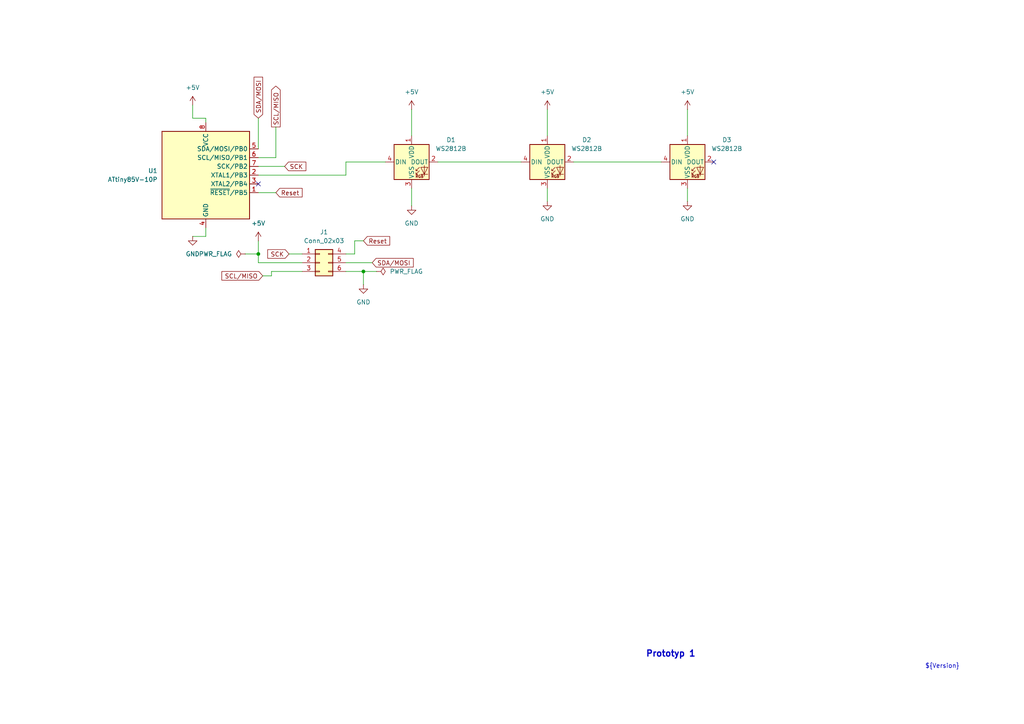
<source format=kicad_sch>
(kicad_sch (version 20250114) (generator "eeschema") (generator_version "9.0")
  (paper "A4")
  (lib_symbols
    (symbol "Connector_Generic:Conn_02x03_Top_Bottom" (pin_names (offset 1.016) (hide yes))
      (property "Reference" "J" (at 1.27 5.08 0))
      (property "Value" "Conn_02x03_Top_Bottom" (at 1.27 -5.08 0))
      (symbol "Conn_02x03_Top_Bottom_1_1"
        (rectangle (start -1.27 3.81) (end 3.81 -3.81) (stroke (width 0.254)) (fill (type background)))
        (rectangle (start -1.27 2.667) (end 0 2.413) (stroke (width 0.1524)))
        (rectangle (start -1.27 0.127) (end 0 -0.127) (stroke (width 0.1524)))
        (rectangle (start -1.27 -2.413) (end 0 -2.667) (stroke (width 0.1524)))
        (rectangle (start 3.81 2.667) (end 2.54 2.413) (stroke (width 0.1524)))
        (rectangle (start 3.81 0.127) (end 2.54 -0.127) (stroke (width 0.1524)))
        (rectangle (start 3.81 -2.413) (end 2.54 -2.667) (stroke (width 0.1524)))
        (pin passive line (at -5.08 2.54 0) (length 3.81) (name "Pin_1") (number "1"))
        (pin passive line (at -5.08 0 0) (length 3.81) (name "Pin_2") (number "2"))
        (pin passive line (at -5.08 -2.54 0) (length 3.81) (name "Pin_3") (number "3"))
        (pin passive line (at 7.62 2.54 180) (length 3.81) (name "Pin_4") (number "4"))
        (pin passive line (at 7.62 0 180) (length 3.81) (name "Pin_5") (number "5"))
        (pin passive line (at 7.62 -2.54 180) (length 3.81) (name "Pin_6") (number "6"))
      )
    )
    (symbol "LED:WS2812B" (pin_names (offset 0.254))
      (property "Reference" "D" (at 5.08 5.715 0))
      (property "Value" "WS2812B" (at 1.27 -5.715 0))
      (symbol "WS2812B_0_0"
        (text "RGB" (at 2.286 -4.191 0) (effects (font (size 0.762 0.762))))
      )
      (symbol "WS2812B_0_1"
        (polyline (pts (xy 1.27 -2.54) (xy 1.778 -2.54)))
        (polyline (pts (xy 1.27 -3.556) (xy 1.778 -3.556)))
        (polyline (pts (xy 2.286 -1.524) (xy 1.27 -2.54) (xy 1.27 -2.032)))
        (polyline (pts (xy 2.286 -2.54) (xy 1.27 -3.556) (xy 1.27 -3.048)))
        (polyline (pts (xy 3.683 -1.016) (xy 3.683 -3.556) (xy 3.683 -4.064)))
        (polyline (pts (xy 4.699 -1.524) (xy 2.667 -1.524) (xy 3.683 -3.556) (xy 4.699 -1.524)))
        (polyline (pts (xy 4.699 -3.556) (xy 2.667 -3.556)))
        (rectangle (start 5.08 5.08) (end -5.08 -5.08) (stroke (width 0.254)) (fill (type background)))
      )
      (symbol "WS2812B_1_1"
        (pin input line (at -7.62 0 0) (length 2.54) (name "DIN") (number "4"))
        (pin power_in line (at 0 7.62 270) (length 2.54) (name "VDD") (number "1"))
        (pin power_in line (at 0 -7.62 90) (length 2.54) (name "VSS") (number "3"))
        (pin output line (at 7.62 0 180) (length 2.54) (name "DOUT") (number "2"))
      )
    )
    (symbol "MCU_Microchip_ATtiny:ATtiny85V-10P"
      (property "Reference" "U1" (at -13.97 1.2701 0))
      (property "Value" "ATtiny85V-10P" (at -13.97 -1.2699 0))
      (symbol "ATtiny85V-10P_0_1"
        (rectangle (start -12.7 -12.7) (end 12.7 12.7) (stroke (width 0.254)) (fill (type background)))
      )
      (symbol "ATtiny85V-10P_1_1"
        (pin power_in line (at 0 15.24 270) (length 2.54) (name "VCC") (number "8"))
        (pin power_in line (at 0 -15.24 90) (length 2.54) (name "GND") (number "4"))
        (pin bidirectional line (at 15.24 7.62 180) (length 2.54) (name "SDA/MOSI/PB0") (number "5"))
        (pin bidirectional line (at 15.24 5.08 180) (length 2.54) (name "SCL/MISO/PB1") (number "6"))
        (pin bidirectional line (at 15.24 2.54 180) (length 2.54) (name "SCK/PB2") (number "7"))
        (pin bidirectional line (at 15.24 0 180) (length 2.54) (name "XTAL1/PB3") (number "2"))
        (pin bidirectional line (at 15.24 -2.54 180) (length 2.54) (name "XTAL2/PB4") (number "3"))
        (pin bidirectional line (at 15.24 -5.08 180) (length 2.54) (name "~{RESET}/PB5") (number "1"))
      )
    )
    (symbol "power:+5V" (power) (pin_numbers (hide yes)) (pin_names (offset 0) (hide yes))
      (property "Value" "+5V" (at 0 3.556 0))
      (symbol "+5V_0_1"
        (polyline (pts (xy -0.762 1.27) (xy 0 2.54)))
        (polyline (pts (xy 0 2.54) (xy 0.762 1.27)))
        (polyline (pts (xy 0 0) (xy 0 2.54)))
      )
      (symbol "+5V_1_1"
        (pin power_in line (at 0 0 90) (length 0) (name "~") (number "1"))
      )
    )
    (symbol "power:GND" (power) (pin_numbers (hide yes)) (pin_names (offset 0) (hide yes))
      (property "Value" "GND" (at 0 -3.81 0))
      (symbol "GND_0_1"
        (polyline (pts (xy 0 0) (xy 0 -1.27) (xy 1.27 -1.27) (xy 0 -2.54) (xy -1.27 -1.27) (xy 0 -1.27)))
      )
      (symbol "GND_1_1"
        (pin power_in line (at 0 0 270) (length 0) (name "~") (number "1"))
      )
    )
    (symbol "power:PWR_FLAG" (power) (pin_numbers (hide yes)) (pin_names (offset 0) (hide yes))
      (property "Value" "PWR_FLAG" (at 0 3.81 0))
      (symbol "PWR_FLAG_0_0"
        (pin power_out line (at 0 0 90) (length 0) (name "~") (number "1"))
      )
      (symbol "PWR_FLAG_0_1"
        (polyline (pts (xy 0 0) (xy 0 1.27) (xy -1.016 1.905) (xy 0 2.54) (xy 1.016 1.905) (xy 0 1.27)))
      )
    )
  )
  (text "Prototyp 1" (at 194.564 189.738 0) (effects (font (size 1.778 1.778) (thickness 0.3556) (bold yes))))
  (text "${Version}" (at 273.304 193.294 0) (effects (font (size 1.27 1.27))))
  (junction (at 74.93 73.66))
  (junction (at 105.41 78.74))
  (no_connect (at 207.01 46.99))
  (no_connect (at 74.93 53.34))
  (wire (pts (xy 74.93 55.88) (xy 80.01 55.88)))
  (wire (pts (xy 105.41 78.74) (xy 105.41 82.55)))
  (wire (pts (xy 166.37 46.99) (xy 191.77 46.99)))
  (wire (pts (xy 119.38 54.61) (xy 119.38 59.69)))
  (wire (pts (xy 74.93 48.26) (xy 82.55 48.26)))
  (wire (pts (xy 80.01 36.83) (xy 80.01 45.72)))
  (wire (pts (xy 158.75 54.61) (xy 158.75 58.42)))
  (wire (pts (xy 55.88 34.29) (xy 55.88 30.48)))
  (wire (pts (xy 102.87 73.66) (xy 100.33 73.66)))
  (wire (pts (xy 105.41 78.74) (xy 109.22 78.74)))
  (wire (pts (xy 78.74 80.01) (xy 76.2 80.01)))
  (wire (pts (xy 74.93 34.29) (xy 74.93 43.18)))
  (wire (pts (xy 59.69 68.58) (xy 55.88 68.58)))
  (wire (pts (xy 80.01 45.72) (xy 74.93 45.72)))
  (wire (pts (xy 100.33 78.74) (xy 105.41 78.74)))
  (wire (pts (xy 59.69 34.29) (xy 55.88 34.29)))
  (wire (pts (xy 74.93 76.2) (xy 74.93 73.66)))
  (wire (pts (xy 87.63 76.2) (xy 74.93 76.2)))
  (wire (pts (xy 199.39 31.75) (xy 199.39 39.37)))
  (wire (pts (xy 71.12 73.66) (xy 74.93 73.66)))
  (wire (pts (xy 78.74 78.74) (xy 87.63 78.74)))
  (wire (pts (xy 199.39 54.61) (xy 199.39 58.42)))
  (wire (pts (xy 78.74 80.01) (xy 78.74 78.74)))
  (wire (pts (xy 83.82 73.66) (xy 87.63 73.66)))
  (wire (pts (xy 127 46.99) (xy 151.13 46.99)))
  (wire (pts (xy 119.38 31.75) (xy 119.38 39.37)))
  (wire (pts (xy 74.93 69.85) (xy 74.93 73.66)))
  (wire (pts (xy 158.75 39.37) (xy 158.75 31.75)))
  (wire (pts (xy 100.33 46.99) (xy 111.76 46.99)))
  (wire (pts (xy 102.87 69.85) (xy 102.87 73.66)))
  (wire (pts (xy 105.41 69.85) (xy 102.87 69.85)))
  (wire (pts (xy 59.69 66.04) (xy 59.69 68.58)))
  (wire (pts (xy 100.33 76.2) (xy 107.95 76.2)))
  (wire (pts (xy 100.33 50.8) (xy 100.33 46.99)))
  (wire (pts (xy 74.93 50.8) (xy 100.33 50.8)))
  (wire (pts (xy 59.69 34.29) (xy 59.69 35.56)))
  (global_label "Reset" (shape input) (at 105.41 69.85 0) (property "Intersheetrefs" "${INTERSHEET_REFS}" (effects (hide yes))))
  (global_label "SCL{slash}MISO" (shape output) (at 80.01 36.83 90) (property "Intersheetrefs" "${INTERSHEET_REFS}" (effects (hide yes))))
  (global_label "SCL{slash}MISO" (shape input) (at 76.2 80.01 180) (property "Intersheetrefs" "${INTERSHEET_REFS}" (effects (hide yes))) (property "Netclass" "uC" (effects (hide yes))))
  (global_label "Reset" (shape input) (at 80.01 55.88 0) (property "Intersheetrefs" "${INTERSHEET_REFS}" (effects (hide yes))))
  (global_label "SCK" (shape input) (at 82.55 48.26 0) (property "Intersheetrefs" "${INTERSHEET_REFS}" (effects (hide yes))))
  (global_label "SCK" (shape input) (at 83.82 73.66 180) (property "Intersheetrefs" "${INTERSHEET_REFS}" (effects (hide yes))))
  (global_label "SDA{slash}MOSI" (shape input) (at 74.93 34.29 90) (property "Intersheetrefs" "${INTERSHEET_REFS}" (effects (hide yes))))
  (global_label "SDA{slash}MOSI" (shape input) (at 107.95 76.2 0) (property "Intersheetrefs" "${INTERSHEET_REFS}" (effects (hide yes))))
  (symbol (lib_id "power:GND") (at 158.75 58.42 0) (unit 1)
    (property "Reference" "#PWR02" (effects (hide yes)))
    (property "Value" "GND" (at 158.75 63.5 0))
    (property "Description" "Power symbol creates a global label with name \"GND\" , ground" (effects (hide yes)))
  )
  (symbol (lib_id "LED:WS2812B") (at 158.75 46.99 0) (unit 1)
    (property "Reference" "D2" (at 170.18 40.5698 0))
    (property "Value" "WS2812B" (at 170.18 43.1098 0))
    (property "Footprint" "LED_SMD:LED_WS2812B_PLCC4_5.0x5.0mm_P3.2mm" (effects (hide yes)))
    (property "Datasheet" "https://cdn-shop.adafruit.com/datasheets/WS2812B.pdf" (effects (hide yes)))
    (property "Description" "RGB LED with integrated controller" (effects (hide yes)))
  )
  (symbol (lib_id "power:GND") (at 119.38 59.69 0) (unit 1)
    (property "Reference" "#PWR01" (effects (hide yes)))
    (property "Value" "GND" (at 119.38 64.77 0))
    (property "Description" "Power symbol creates a global label with name \"GND\" , ground" (effects (hide yes)))
  )
  (symbol (lib_id "power:PWR_FLAG") (at 109.22 78.74 270) (unit 1)
    (property "Reference" "#FLG01" (effects (hide yes)))
    (property "Value" "PWR_FLAG" (at 113.03 78.7401 90) (effects (justify left)))
    (property "Description" "Special symbol for telling ERC where power comes from" (effects (hide yes)))
  )
  (symbol (lib_id "Connector_Generic:Conn_02x03_Top_Bottom") (at 92.71 76.2 0) (unit 1)
    (property "Reference" "J1" (at 93.98 67.31 0))
    (property "Value" "Conn_02x03" (at 93.98 69.85 0))
    (property "Footprint" "Connector_IDC:IDC-Header_2x03_P2.54mm_Horizontal" (effects (hide yes)))
    (property "Description" "Generic connector, double row, 02x03, top/bottom pin numbering scheme (row 1: 1...pins_per_row, row2: pins_per_row+1 ... num_pins), script generated (kicad-library-utils/schlib/autogen/connector/)" (effects (hide yes)))
  )
  (symbol (lib_id "power:GND") (at 105.41 82.55 0) (unit 1)
    (property "Reference" "#PWR010" (effects (hide yes)))
    (property "Value" "GND" (at 105.41 87.63 0))
    (property "Description" "Power symbol creates a global label with name \"GND\" , ground" (effects (hide yes)))
  )
  (symbol (lib_id "power:PWR_FLAG") (at 71.12 73.66 90) (unit 1)
    (property "Reference" "#FLG02" (effects (hide yes)))
    (property "Value" "PWR_FLAG" (at 67.31 73.6599 90) (effects (justify left)))
    (property "Description" "Special symbol for telling ERC where power comes from" (effects (hide yes)))
  )
  (symbol (lib_id "LED:WS2812B") (at 119.38 46.99 0) (unit 1)
    (property "Reference" "D1" (at 130.81 40.5698 0))
    (property "Value" "WS2812B" (at 130.81 43.1098 0))
    (property "Footprint" "LED_SMD:LED_WS2812B_PLCC4_5.0x5.0mm_P3.2mm" (effects (hide yes)))
    (property "Datasheet" "https://cdn-shop.adafruit.com/datasheets/WS2812B.pdf" (effects (hide yes)))
    (property "Description" "RGB LED with integrated controller" (effects (hide yes)))
  )
  (symbol (lib_id "power:+5V") (at 199.39 31.75 0) (unit 1)
    (property "Reference" "#PWR05" (effects (hide yes)))
    (property "Value" "+5V" (at 199.39 26.67 0))
    (property "Description" "Power symbol creates a global label with name \"+5V\"" (effects (hide yes)))
  )
  (symbol (lib_id "MCU_Microchip_ATtiny:ATtiny85V-10P") (at 59.69 50.8 0) (unit 1)
    (property "Reference" "U1" (at 45.72 49.5299 0) (effects (justify right)))
    (property "Value" "ATtiny85V-10P" (at 45.72 52.0699 0) (effects (justify right)))
    (property "Footprint" "Package_SO:SO-8_3.9x4.9mm_P1.27mm" (effects (hide yes)))
    (property "Datasheet" "http://ww1.microchip.com/downloads/en/DeviceDoc/atmel-2586-avr-8-bit-microcontroller-attiny25-attiny45-attiny85_datasheet.pdf" (effects (hide yes)))
    (property "Description" "10MHz, 8kB Flash, 512B SRAM, 512B EEPROM, debugWIRE, DIP-8" (effects (hide yes)))
  )
  (symbol (lib_id "power:+5V") (at 119.38 31.75 0) (unit 1)
    (property "Reference" "#PWR07" (effects (hide yes)))
    (property "Value" "+5V" (at 119.38 26.67 0))
    (property "Description" "Power symbol creates a global label with name \"+5V\"" (effects (hide yes)))
  )
  (symbol (lib_id "power:+5V") (at 55.88 30.48 0) (unit 1)
    (property "Reference" "#PWR08" (effects (hide yes)))
    (property "Value" "+5V" (at 55.88 25.4 0))
    (property "Description" "Power symbol creates a global label with name \"+5V\"" (effects (hide yes)))
  )
  (symbol (lib_id "power:+5V") (at 158.75 31.75 0) (unit 1)
    (property "Reference" "#PWR06" (effects (hide yes)))
    (property "Value" "+5V" (at 158.75 26.67 0))
    (property "Description" "Power symbol creates a global label with name \"+5V\"" (effects (hide yes)))
  )
  (symbol (lib_id "LED:WS2812B") (at 199.39 46.99 0) (unit 1)
    (property "Reference" "D3" (at 210.82 40.5698 0))
    (property "Value" "WS2812B" (at 210.82 43.1098 0))
    (property "Footprint" "LED_SMD:LED_WS2812B_PLCC4_5.0x5.0mm_P3.2mm" (effects (hide yes)))
    (property "Datasheet" "https://cdn-shop.adafruit.com/datasheets/WS2812B.pdf" (effects (hide yes)))
    (property "Description" "RGB LED with integrated controller" (effects (hide yes)))
  )
  (symbol (lib_id "power:+5V") (at 74.93 69.85 0) (unit 1)
    (property "Reference" "#PWR09" (effects (hide yes)))
    (property "Value" "+5V" (at 74.93 64.77 0))
    (property "Description" "Power symbol creates a global label with name \"+5V\"" (effects (hide yes)))
  )
  (symbol (lib_id "power:GND") (at 199.39 58.42 0) (unit 1)
    (property "Reference" "#PWR03" (effects (hide yes)))
    (property "Value" "GND" (at 199.39 63.5 0))
    (property "Description" "Power symbol creates a global label with name \"GND\" , ground" (effects (hide yes)))
  )
  (symbol (lib_id "power:GND") (at 55.88 68.58 0) (unit 1)
    (property "Reference" "#PWR04" (effects (hide yes)))
    (property "Value" "GND" (at 55.88 73.66 0))
    (property "Description" "Power symbol creates a global label with name \"GND\" , ground" (effects (hide yes)))
  )
  (sheet (at 336.55 -21.59) (size 213.36 125.73) (stroke (width 0.1524))
    (property "Sheetname" "Proto-1b" (at 336.55 -22.3016 0) (effects (justify left bottom)))
    (property "Sheetfile" "Proto-1b.kicad_sch" (at 336.55 104.7246 0) (effects (justify left top)))
  )
)
</source>
